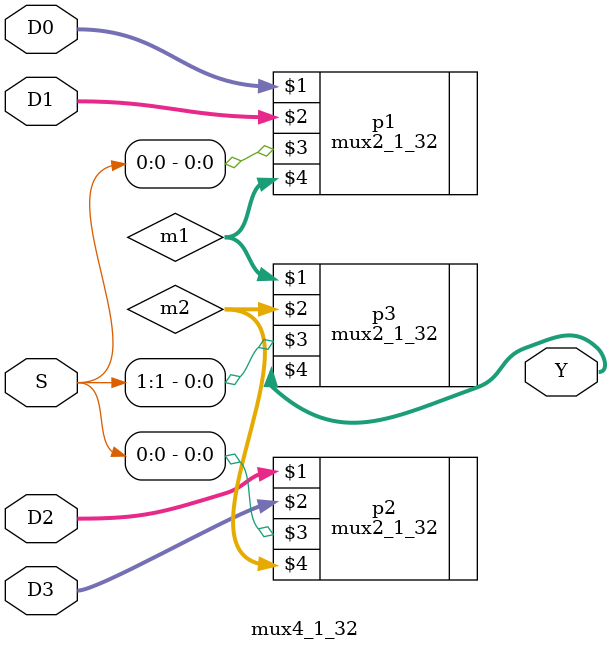
<source format=sv>
module mux4_1_32( input logic [31:0] D0, D1,D2,D3, input logic [1:0] S,//chooses between input D0 and D1 based on S, and passes chosen value to Y
output logic [31:0] Y);
logic [31:0] m1,m2;
mux2_1_32 p1(D0,D1,S[0],m1);
mux2_1_32 p2(D2,D3,S[0],m2);
mux2_1_32 p3(m1,m2,S[1],Y);
endmodule
</source>
